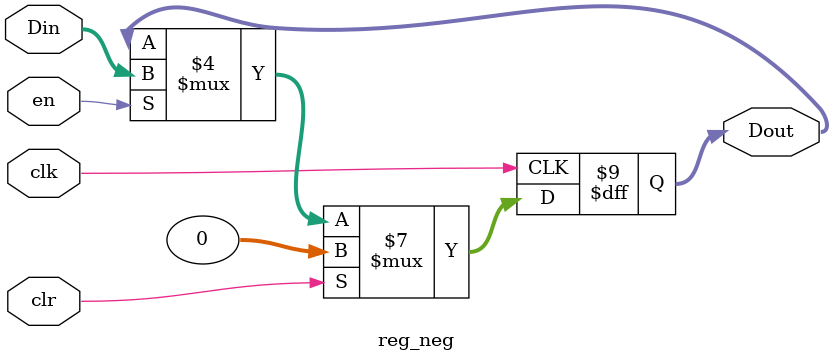
<source format=v>
`timescale 1ns / 1ps


module reg_neg(clk,clr,en,Din,Dout);

    parameter WIDTH = 32;
    input clk,clr,en;
    input [WIDTH-1:0] Din;
    output reg [WIDTH-1:0] Dout;
     
    initial
    begin
        Dout <= 0;
    end 
     
    always@(negedge clk) 
    begin   
        if (clr == 1) 
            Dout <= 0; 
        else if (en)
            Dout <= Din; 
    end  
endmodule

</source>
